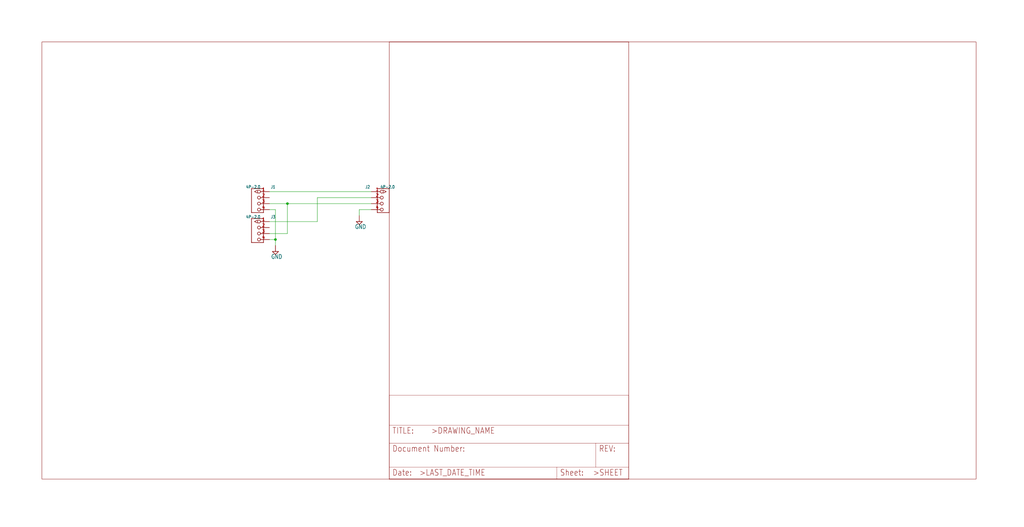
<source format=kicad_sch>
(kicad_sch (version 20211123) (generator eeschema)
  (paper "User" 434.34 223.571)
  (lib_symbols
    (symbol "weaver_merger-eagle-import:GND" (power)
      (property "Value" "GND" (at -1.905 -3.175 0))
      (symbol "GND_1_0"
        (polyline (pts (xy -1.27 0) (xy 1.27 0)) (stroke (width 0.254)))
        (polyline (pts (xy 0 -1.27) (xy -1.27 0)) (stroke (width 0.254)))
        (polyline (pts (xy 1.27 0) (xy 0 -1.27)) (stroke (width 0.254)))
        (pin power_in line (at 0 2.54 270) (length 2.54) (name "GND") (number "1"))
      )
    )
    (symbol "weaver_merger-eagle-import:GROVE-CONNECTOR-DIP(4P-2.0)"
      (property "Reference" "J" (at -6.35 6.35 0))
      (property "Value" "GROVE-CONNECTOR-DIP(4P-2.0)" (at 0 6.35 0))
      (symbol "GROVE-CONNECTOR-DIP(4P-2.0)_1_0"
        (polyline (pts (xy -1.27 -3.81) (xy -1.27 6.35)) (stroke (width 0.254)))
        (polyline (pts (xy -1.27 6.35) (xy 3.81 6.35)) (stroke (width 0.254)))
        (polyline (pts (xy 3.81 -3.81) (xy -1.27 -3.81)) (stroke (width 0.254)))
        (polyline (pts (xy 3.81 6.35) (xy 3.81 -3.81)) (stroke (width 0.254)))
        (pin bidirectional inverted_clock (at -3.81 5.08 0) (length 5.08) (name "1") (number "1"))
        (pin bidirectional inverted (at -3.81 2.54 0) (length 5.08) (name "2") (number "2"))
        (pin bidirectional inverted (at -3.81 0 0) (length 5.08) (name "3") (number "3"))
        (pin bidirectional inverted (at -3.81 -2.54 0) (length 5.08) (name "4") (number "4"))
      )
    )
    (symbol "weaver_merger-eagle-import:LETTER_L"
      (symbol "LETTER_L_0_0"
        (polyline (pts (xy 0 0) (xy 248.92 0) (xy 248.92 185.42) (xy 0 185.42) (xy 0 0)))
      )
      (symbol "LETTER_L_2_0"
        (polyline (pts (xy 0 0) (xy 0 5.08)) (stroke (width 0.1016)))
        (polyline (pts (xy 0 0) (xy 71.12 0)) (stroke (width 0.1016)))
        (polyline (pts (xy 0 5.08) (xy 0 15.24)) (stroke (width 0.1016)))
        (polyline (pts (xy 0 5.08) (xy 71.12 5.08)) (stroke (width 0.1016)))
        (polyline (pts (xy 0 15.24) (xy 0 22.86)) (stroke (width 0.1016)))
        (polyline (pts (xy 0 22.86) (xy 0 35.56)) (stroke (width 0.1016)))
        (polyline (pts (xy 0 22.86) (xy 101.6 22.86)) (stroke (width 0.1016)))
        (polyline (pts (xy 71.12 0) (xy 101.6 0)) (stroke (width 0.1016)))
        (polyline (pts (xy 71.12 5.08) (xy 71.12 0)) (stroke (width 0.1016)))
        (polyline (pts (xy 71.12 5.08) (xy 87.63 5.08)) (stroke (width 0.1016)))
        (polyline (pts (xy 87.63 5.08) (xy 101.6 5.08)) (stroke (width 0.1016)))
        (polyline (pts (xy 87.63 15.24) (xy 0 15.24)) (stroke (width 0.1016)))
        (polyline (pts (xy 87.63 15.24) (xy 87.63 5.08)) (stroke (width 0.1016)))
        (polyline (pts (xy 101.6 5.08) (xy 101.6 0)) (stroke (width 0.1016)))
        (polyline (pts (xy 101.6 15.24) (xy 87.63 15.24)) (stroke (width 0.1016)))
        (polyline (pts (xy 101.6 15.24) (xy 101.6 5.08)) (stroke (width 0.1016)))
        (polyline (pts (xy 101.6 22.86) (xy 101.6 15.24)) (stroke (width 0.1016)))
        (polyline (pts (xy 101.6 35.56) (xy 0 35.56)) (stroke (width 0.1016)))
        (polyline (pts (xy 101.6 35.56) (xy 101.6 22.86)) (stroke (width 0.1016)))
        (text ">DRAWING_NAME" (at 17.78 19.05 0) (effects (font (size 2.54 2.159)) (justify left bottom)))
        (text ">LAST_DATE_TIME" (at 12.7 1.27 0) (effects (font (size 2.54 2.159)) (justify left bottom)))
        (text ">SHEET" (at 86.36 1.27 0) (effects (font (size 2.54 2.159)) (justify left bottom)))
        (text "Date:" (at 1.27 1.27 0) (effects (font (size 2.54 2.159)) (justify left bottom)))
        (text "Document Number:" (at 1.27 11.43 0) (effects (font (size 2.54 2.159)) (justify left bottom)))
        (text "REV:" (at 88.9 11.43 0) (effects (font (size 2.54 2.159)) (justify left bottom)))
        (text "Sheet:" (at 72.39 1.27 0) (effects (font (size 2.54 2.159)) (justify left bottom)))
        (text "TITLE:" (at 1.27 19.05 0) (effects (font (size 2.54 2.159)) (justify left bottom)))
      )
    )
  )
  (junction (at 116.84 101.6))
  (junction (at 121.92 86.36))
  (wire (pts (xy 134.62 93.98) (xy 134.62 83.82)))
  (wire (pts (xy 114.3 86.36) (xy 121.92 86.36)))
  (wire (pts (xy 114.3 81.28) (xy 157.48 81.28)))
  (wire (pts (xy 114.3 88.9) (xy 116.84 88.9)))
  (wire (pts (xy 116.84 88.9) (xy 116.84 101.6)))
  (wire (pts (xy 157.48 88.9) (xy 152.4 88.9)))
  (wire (pts (xy 114.3 93.98) (xy 134.62 93.98)))
  (wire (pts (xy 121.92 86.36) (xy 157.48 86.36)))
  (wire (pts (xy 114.3 101.6) (xy 116.84 101.6)))
  (wire (pts (xy 116.84 101.6) (xy 116.84 104.14)))
  (wire (pts (xy 134.62 83.82) (xy 157.48 83.82)))
  (wire (pts (xy 121.92 99.06) (xy 121.92 86.36)))
  (wire (pts (xy 152.4 88.9) (xy 152.4 91.44)))
  (wire (pts (xy 114.3 99.06) (xy 121.92 99.06)))
  (symbol (lib_id "weaver_merger-eagle-import:GROVE-CONNECTOR-DIP(4P-2.0)") (at 110.49 99.06 0) (mirror y) (unit 1)
    (property "Reference" "J3" (at 116.84 92.71 0) (effects (font (size 1.27 1.0795)) (justify left bottom)))
    (property "Value" "4P-2.0" (at 110.49 92.71 0) (effects (font (size 1.27 1.0795)) (justify left bottom)))
    (property "Footprint" "weaver_merger:HW4-2.0" (effects hide))
  )
  (symbol (lib_id "weaver_merger-eagle-import:LETTER_L") (at 17.78 203.2 0) (unit 1)
    (property "Reference" "#FRAME1" (effects hide))
    (property "Value" "LETTER_L" (effects hide))
    (property "Footprint" "weaver_merger:" (effects hide))
  )
  (symbol (lib_id "weaver_merger-eagle-import:GROVE-CONNECTOR-DIP(4P-2.0)") (at 161.29 86.36 0) (unit 1)
    (property "Reference" "J2" (at 154.94 80.01 0) (effects (font (size 1.27 1.0795)) (justify left bottom)))
    (property "Value" "4P-2.0" (at 161.29 80.01 0) (effects (font (size 1.27 1.0795)) (justify left bottom)))
    (property "Footprint" "weaver_merger:HW4-2.0" (effects hide))
  )
  (symbol (lib_id "weaver_merger-eagle-import:GROVE-CONNECTOR-DIP(4P-2.0)") (at 110.49 86.36 0) (mirror y) (unit 1)
    (property "Reference" "J1" (at 116.84 80.01 0) (effects (font (size 1.27 1.0795)) (justify left bottom)))
    (property "Value" "4P-2.0" (at 110.49 80.01 0) (effects (font (size 1.27 1.0795)) (justify left bottom)))
    (property "Footprint" "weaver_merger:HW4-2.0" (effects hide))
  )
  (symbol (lib_id "weaver_merger-eagle-import:GND") (at 152.4 93.98 0) (unit 1)
    (property "Reference" "#GND6" (effects hide))
    (property "Value" "GND" (at 150.495 97.155 0) (effects (font (size 1.778 1.5113)) (justify left bottom)))
    (property "Footprint" "weaver_merger:" (effects hide))
  )
  (symbol (lib_id "weaver_merger-eagle-import:GND") (at 116.84 106.68 0) (unit 1)
    (property "Reference" "#GND1" (effects hide))
    (property "Value" "GND" (at 114.935 109.855 0) (effects (font (size 1.778 1.5113)) (justify left bottom)))
    (property "Footprint" "weaver_merger:" (effects hide))
  )
  (symbol (lib_id "weaver_merger-eagle-import:LETTER_L") (at 165.1 203.2 0) (unit 2)
    (property "Reference" "#FRAME1" (effects hide))
    (property "Value" "LETTER_L" (effects hide))
    (property "Footprint" "weaver_merger:" (effects hide))
  )
)
</source>
